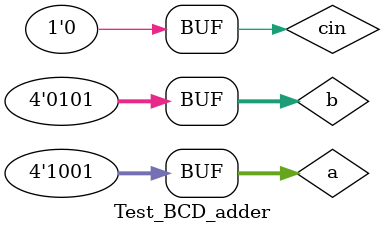
<source format=v>
module Test_BCD_adder;   
    wire [3:0] s;
    wire cout;

    reg [3:0] a;
    reg [3:0] b;
    reg cin; 

    bcd_adder uut (
        s,cout,a,b,cin
   );
    
    initial begin
        a = 0;  b = 0;  cin = 0;

        //No carry, no sum over 9:
        #10; 
        	 a=4'b0000; b=4'b0000; cin=1'b0; //0 + 0
        #10  a=4'b0001; b=4'b0010; cin=1'b0; //1 + 2
        #10  a=4'b0011; b=4'b0100; cin=1'b0; //3 + 4
        #10  a=4'b0100; b=4'b0101; cin=1'b0; //4 + 5
        #10  a=4'b0010; b=4'b0110; cin=1'b0; //2 + 6
        #10  a=4'b0001; b=4'b0111; cin=1'b0; //1 + 7
        #20;

        //Carry = 1, no sum over 9:
        	 a=4'b0000; b=4'b0000; cin=1'b1; //0 + 0
        #10  a=4'b0001; b=4'b0010; cin=1'b1; //1 + 2
        #10  a=4'b0011; b=4'b0100; cin=1'b1; //3 + 4
        #10  a=4'b0100; b=4'b0101; cin=1'b1; //4 + 5
        #10  a=4'b0010; b=4'b0110; cin=1'b1; //2 + 6
        #10  a=4'b0001; b=4'b0111; cin=1'b1; //1 + 7
        #10  a=4'b0001; b=4'b1000; cin=1'b1; //1 + 8
        #20;

        //Carry = 0, sums over 9:
        	 a=4'b0111; b=4'b0100; cin=1'b0; //7 + 4
        #10  a=4'b0110; b=4'b0101; cin=1'b0; //6 + 5
        #10  a=4'b1000; b=4'b0010; cin=1'b0; //8 + 2
        #10  a=4'b1001; b=4'b0101; cin=1'b0; //9 + 5
        #20;

    end 
 
    initial begin
	    $monitor("T = %2t, a = %b, b = %b, cin = %b : Sum = %b, Cout = %b",$time, a, b, cin, s, cout);
		$dumpfile("bcd_adder.vcd");
		$dumpvars;
    end          
endmodule


</source>
